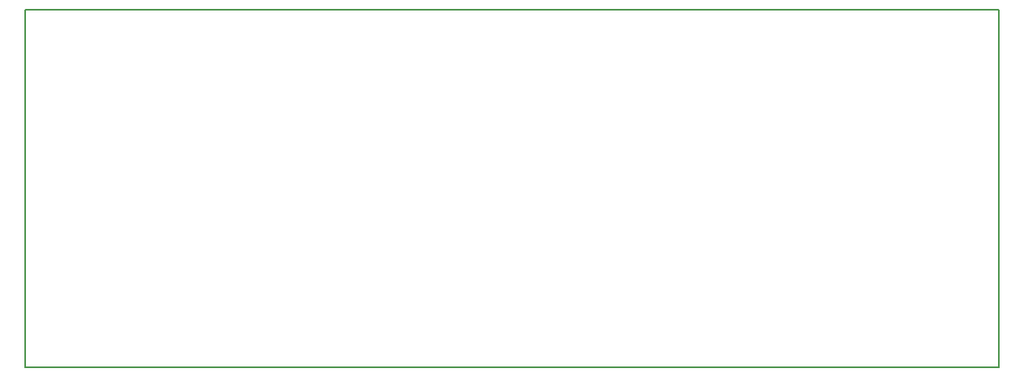
<source format=gbr>
G04 #@! TF.GenerationSoftware,KiCad,Pcbnew,(5.1.4-0)*
G04 #@! TF.CreationDate,2020-01-15T23:19:41+03:00*
G04 #@! TF.ProjectId,stl,73746c2e-6b69-4636-9164-5f7063625858,rev?*
G04 #@! TF.SameCoordinates,Original*
G04 #@! TF.FileFunction,Profile,NP*
%FSLAX46Y46*%
G04 Gerber Fmt 4.6, Leading zero omitted, Abs format (unit mm)*
G04 Created by KiCad (PCBNEW (5.1.4-0)) date 2020-01-15 23:19:41*
%MOMM*%
%LPD*%
G04 APERTURE LIST*
%ADD10C,0.150000*%
G04 APERTURE END LIST*
D10*
X275590000Y-50927000D02*
X173990000Y-50927000D01*
X173990000Y-13589000D02*
X173990000Y-50927000D01*
X275590000Y-13589000D02*
X173990000Y-13589000D01*
X275590000Y-13589000D02*
X275590000Y-50927000D01*
M02*

</source>
